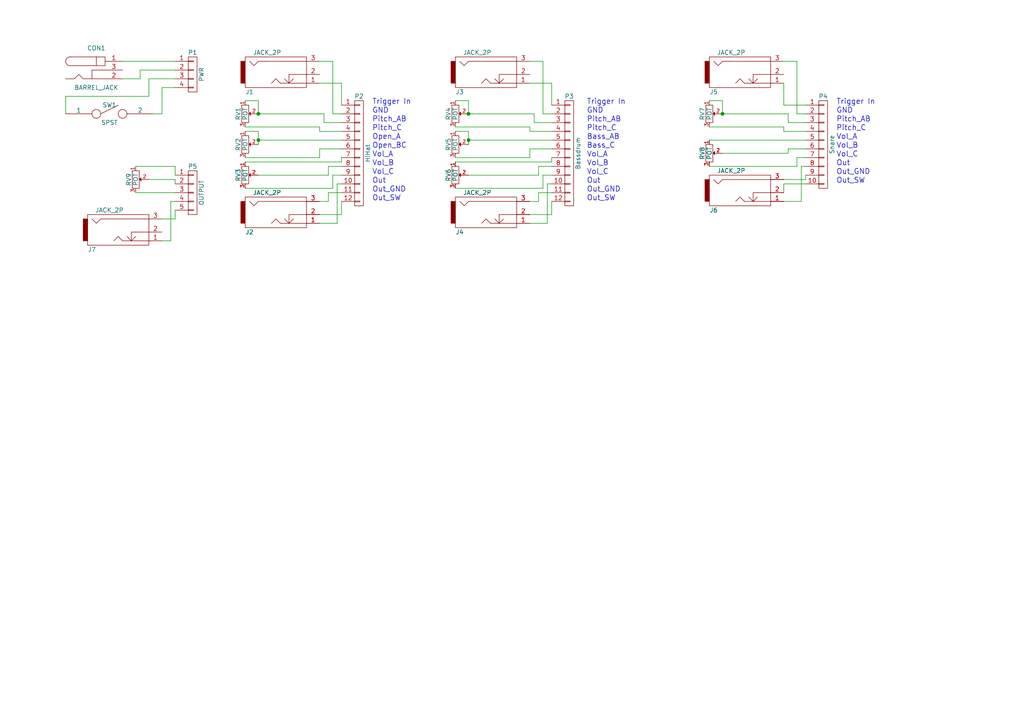
<source format=kicad_sch>
(kicad_sch (version 20230121) (generator eeschema)
  (paper "A4")
  (lib_symbols
    (symbol "ummtss-rescue:BARREL_JACK" (pin_names (offset 1.016))
      (property "Reference" "CON" (at 0 6.35 0))
      (property "Value" "BARREL_JACK" (at 0 -5.08 0))
      (symbol "BARREL_JACK_0_1"
        (arc (start -8.89 2.54) (mid -8.5271 1.6254) (end -7.62 1.27))
        (arc (start -7.62 3.81) (mid -8.5088 3.4366) (end -8.89 2.54))
        (polyline (pts (xy -7.62 1.27) (xy 0 1.27)))
        (polyline (pts (xy 0 3.81) (xy -7.62 3.81)))
        (polyline (pts (xy 2.54 0) (xy -1.27 0) (xy -1.27 -2.54)))
        (polyline (pts (xy 2.54 -2.54) (xy -3.81 -2.54) (xy -5.08 -1.27) (xy -6.35 -2.54) (xy -8.89 -2.54)))
        (rectangle (start 2.54 3.81) (end 0 1.27))
      )
      (symbol "BARREL_JACK_1_1"
        (pin passive line (at 7.62 2.54 180) (length 5.08) (name "~") (number "1"))
        (pin passive line (at 7.62 -2.54 180) (length 5.08) (name "~") (number "2"))
        (pin passive line (at 7.62 0 180) (length 5.08) (name "~") (number "3"))
      )
    )
    (symbol "ummtss-rescue:CONN_01X04" (pin_names (offset 1.016) hide)
      (property "Reference" "P" (at 0 6.35 0))
      (property "Value" "CONN_01X04" (at 2.54 0 90))
      (symbol "CONN_01X04_0_1"
        (rectangle (start -1.27 -3.683) (end 0.254 -3.937))
        (rectangle (start -1.27 -1.143) (end 0.254 -1.397))
        (rectangle (start -1.27 1.397) (end 0.254 1.143))
        (rectangle (start -1.27 3.937) (end 0.254 3.683))
        (rectangle (start -1.27 5.08) (end 1.27 -5.08))
      )
      (symbol "CONN_01X04_1_1"
        (pin passive line (at -5.08 3.81 0) (length 3.81) (name "P1") (number "1"))
        (pin passive line (at -5.08 1.27 0) (length 3.81) (name "P2") (number "2"))
        (pin passive line (at -5.08 -1.27 0) (length 3.81) (name "P3") (number "3"))
        (pin passive line (at -5.08 -3.81 0) (length 3.81) (name "P4") (number "4"))
      )
    )
    (symbol "ummtss-rescue:CONN_01X05" (pin_names (offset 1.016) hide)
      (property "Reference" "P" (at 0 7.62 0))
      (property "Value" "CONN_01X05" (at 2.54 0 90))
      (symbol "CONN_01X05_0_1"
        (rectangle (start -1.27 -4.953) (end 0.254 -5.207))
        (rectangle (start -1.27 -2.413) (end 0.254 -2.667))
        (rectangle (start -1.27 0.127) (end 0.254 -0.127))
        (rectangle (start -1.27 2.667) (end 0.254 2.413))
        (rectangle (start -1.27 5.207) (end 0.254 4.953))
        (rectangle (start -1.27 6.35) (end 1.27 -6.35))
      )
      (symbol "CONN_01X05_1_1"
        (pin passive line (at -5.08 5.08 0) (length 3.81) (name "P1") (number "1"))
        (pin passive line (at -5.08 2.54 0) (length 3.81) (name "P2") (number "2"))
        (pin passive line (at -5.08 0 0) (length 3.81) (name "P3") (number "3"))
        (pin passive line (at -5.08 -2.54 0) (length 3.81) (name "P4") (number "4"))
        (pin passive line (at -5.08 -5.08 0) (length 3.81) (name "P5") (number "5"))
      )
    )
    (symbol "ummtss-rescue:CONN_01X10" (pin_names (offset 1.016) hide)
      (property "Reference" "P" (at 0 13.97 0))
      (property "Value" "CONN_01X10" (at 2.54 0 90))
      (symbol "CONN_01X10_0_1"
        (rectangle (start -1.27 -11.303) (end 0.254 -11.557))
        (rectangle (start -1.27 -8.763) (end 0.254 -9.017))
        (rectangle (start -1.27 -6.223) (end 0.254 -6.477))
        (rectangle (start -1.27 -3.683) (end 0.254 -3.937))
        (rectangle (start -1.27 -1.143) (end 0.254 -1.397))
        (rectangle (start -1.27 1.397) (end 0.254 1.143))
        (rectangle (start -1.27 3.937) (end 0.254 3.683))
        (rectangle (start -1.27 6.477) (end 0.254 6.223))
        (rectangle (start -1.27 9.017) (end 0.254 8.763))
        (rectangle (start -1.27 11.557) (end 0.254 11.303))
        (rectangle (start -1.27 12.7) (end 1.27 -12.7))
      )
      (symbol "CONN_01X10_1_1"
        (pin passive line (at -5.08 11.43 0) (length 3.81) (name "P1") (number "1"))
        (pin passive line (at -5.08 -11.43 0) (length 3.81) (name "P10") (number "10"))
        (pin passive line (at -5.08 8.89 0) (length 3.81) (name "P2") (number "2"))
        (pin passive line (at -5.08 6.35 0) (length 3.81) (name "P3") (number "3"))
        (pin passive line (at -5.08 3.81 0) (length 3.81) (name "P4") (number "4"))
        (pin passive line (at -5.08 1.27 0) (length 3.81) (name "P5") (number "5"))
        (pin passive line (at -5.08 -1.27 0) (length 3.81) (name "P6") (number "6"))
        (pin passive line (at -5.08 -3.81 0) (length 3.81) (name "P7") (number "7"))
        (pin passive line (at -5.08 -6.35 0) (length 3.81) (name "P8") (number "8"))
        (pin passive line (at -5.08 -8.89 0) (length 3.81) (name "P9") (number "9"))
      )
    )
    (symbol "ummtss-rescue:CONN_01X12" (pin_names (offset 1.016) hide)
      (property "Reference" "P" (at 0 16.51 0))
      (property "Value" "CONN_01X12" (at 2.54 0 90))
      (symbol "CONN_01X12_0_1"
        (rectangle (start -1.27 -15.24) (end 1.27 15.24))
        (rectangle (start -1.27 -13.843) (end 0.254 -14.097))
        (rectangle (start -1.27 -11.303) (end 0.254 -11.557))
        (rectangle (start -1.27 -8.763) (end 0.254 -9.017))
        (rectangle (start -1.27 -6.223) (end 0.254 -6.477))
        (rectangle (start -1.27 -3.683) (end 0.254 -3.937))
        (rectangle (start -1.27 -1.143) (end 0.254 -1.397))
        (rectangle (start -1.27 1.397) (end 0.254 1.143))
        (rectangle (start -1.27 3.937) (end 0.254 3.683))
        (rectangle (start -1.27 6.477) (end 0.254 6.223))
        (rectangle (start -1.27 9.017) (end 0.254 8.763))
        (rectangle (start -1.27 11.557) (end 0.254 11.303))
        (rectangle (start -1.27 14.097) (end 0.254 13.843))
      )
      (symbol "CONN_01X12_1_1"
        (pin passive line (at -5.08 13.97 0) (length 3.81) (name "P1") (number "1"))
        (pin passive line (at -5.08 -8.89 0) (length 3.81) (name "P10") (number "10"))
        (pin passive line (at -5.08 -11.43 0) (length 3.81) (name "P11") (number "11"))
        (pin passive line (at -5.08 -13.97 0) (length 3.81) (name "P12") (number "12"))
        (pin passive line (at -5.08 11.43 0) (length 3.81) (name "P2") (number "2"))
        (pin passive line (at -5.08 8.89 0) (length 3.81) (name "P3") (number "3"))
        (pin passive line (at -5.08 6.35 0) (length 3.81) (name "P4") (number "4"))
        (pin passive line (at -5.08 3.81 0) (length 3.81) (name "P5") (number "5"))
        (pin passive line (at -5.08 1.27 0) (length 3.81) (name "P6") (number "6"))
        (pin passive line (at -5.08 -1.27 0) (length 3.81) (name "P7") (number "7"))
        (pin passive line (at -5.08 -3.81 0) (length 3.81) (name "P8") (number "8"))
        (pin passive line (at -5.08 -6.35 0) (length 3.81) (name "P9") (number "9"))
      )
    )
    (symbol "ummtss-rescue:JACK_2P" (pin_names (offset 1.016))
      (property "Reference" "J" (at -8.89 -5.08 0))
      (property "Value" "JACK_2P" (at -3.81 6.35 0))
      (symbol "JACK_2P_0_1"
        (rectangle (start -11.43 3.81) (end -10.16 -2.54) (fill (type outline)))
        (polyline (pts (xy 3.81 0) (xy 7.62 0) (xy 7.62 0)))
        (polyline (pts (xy 0 -2.54) (xy -1.27 -1.27) (xy -2.54 -2.54) (xy -2.54 -2.54)))
        (polyline (pts (xy 0 -2.54) (xy 7.62 -2.54) (xy 7.62 -2.54) (xy 7.62 -2.54)))
        (polyline (pts (xy 1.27 -1.27) (xy 2.54 -2.54) (xy 3.81 -1.27) (xy 3.81 -1.27)))
        (polyline (pts (xy 3.81 0) (xy 2.54 0) (xy 2.54 -2.54) (xy 2.54 -2.54)))
        (polyline (pts (xy 7.62 3.81) (xy -6.35 3.81) (xy -7.62 2.54) (xy -8.89 3.81) (xy -8.89 3.81)))
        (rectangle (start 7.62 -3.81) (end -10.16 5.08))
      )
      (symbol "JACK_2P_1_1"
        (pin passive line (at 11.43 -2.54 180) (length 3.81) (name "~") (number "1"))
        (pin passive line (at 11.43 0 180) (length 3.81) (name "~") (number "2"))
        (pin passive line (at 11.43 3.81 180) (length 3.81) (name "~") (number "3"))
      )
    )
    (symbol "ummtss-rescue:POT" (pin_names (offset 1.016) hide)
      (property "Reference" "RV" (at 0 -2.032 0))
      (property "Value" "POT" (at 0 0 0))
      (symbol "POT_0_1"
        (rectangle (start -2.54 1.016) (end 2.54 -1.016))
        (polyline (pts (xy 0 1.016) (xy -0.508 1.524) (xy 0.508 1.524)) (fill (type outline)))
      )
      (symbol "POT_1_1"
        (pin passive line (at -3.81 0 0) (length 1.27) (name "1") (number "1"))
        (pin passive line (at 0 3.81 270) (length 2.54) (name "2") (number "2"))
        (pin passive line (at 3.81 0 180) (length 1.27) (name "3") (number "3"))
      )
    )
    (symbol "ummtss-rescue:SPST" (pin_numbers hide) (pin_names (offset 0))
      (property "Reference" "SW" (at 0 2.54 0))
      (property "Value" "SPST" (at 0 -2.54 0))
      (symbol "SPST_0_0"
        (circle (center -3.81 0) (radius 1.27))
        (polyline (pts (xy -2.54 0) (xy 2.54 2.54)))
        (circle (center 3.81 0) (radius 1.27))
      )
      (symbol "SPST_1_1"
        (pin input line (at -12.7 0 0) (length 7.62) (name "1") (number "1"))
        (pin input line (at 12.7 0 180) (length 7.62) (name "2") (number "2"))
      )
    )
  )
  (junction (at 209.55 33.02))
  (junction (at 74.93 33.02))
  (junction (at 74.93 40.64))
  (junction (at 135.89 40.64))
  (junction (at 135.89 33.02))
  (wire (pts (xy 71.12 38.1) (xy 74.93 38.1)))
  (wire (pts (xy 158.75 53.34) (xy 160.02 53.34)))
  (wire (pts (xy 135.89 29.21) (xy 135.89 33.02)))
  (wire (pts (xy 153.67 45.72) (xy 153.67 43.18)))
  (wire (pts (xy 71.12 36.83) (xy 92.71 36.83)))
  (wire (pts (xy 154.94 33.02) (xy 154.94 35.56)))
  (wire (pts (xy 97.79 64.77) (xy 97.79 53.34)))
  (wire (pts (xy 95.25 55.88) (xy 99.06 55.88)))
  (wire (pts (xy 233.68 52.07) (xy 233.68 50.8)))
  (wire (pts (xy 205.74 36.83) (xy 227.33 36.83)))
  (wire (pts (xy 92.71 24.13) (xy 99.06 24.13)))
  (wire (pts (xy 92.71 17.78) (xy 96.52 17.78)))
  (wire (pts (xy 74.93 33.02) (xy 93.98 33.02)))
  (wire (pts (xy 46.99 69.85) (xy 49.53 69.85)))
  (wire (pts (xy 156.21 50.8) (xy 156.21 48.26)))
  (wire (pts (xy 157.48 33.02) (xy 160.02 33.02)))
  (wire (pts (xy 43.18 27.94) (xy 43.18 22.86)))
  (wire (pts (xy 74.93 38.1) (xy 74.93 40.64)))
  (wire (pts (xy 92.71 64.77) (xy 97.79 64.77)))
  (wire (pts (xy 92.71 38.1) (xy 99.06 38.1)))
  (wire (pts (xy 209.55 33.02) (xy 228.6 33.02)))
  (wire (pts (xy 39.37 48.26) (xy 50.8 48.26)))
  (wire (pts (xy 160.02 46.99) (xy 160.02 45.72)))
  (wire (pts (xy 135.89 33.02) (xy 154.94 33.02)))
  (wire (pts (xy 156.21 48.26) (xy 160.02 48.26)))
  (wire (pts (xy 99.06 24.13) (xy 99.06 30.48)))
  (wire (pts (xy 99.06 62.23) (xy 99.06 58.42)))
  (wire (pts (xy 74.93 40.64) (xy 74.93 41.91)))
  (wire (pts (xy 96.52 33.02) (xy 99.06 33.02)))
  (wire (pts (xy 96.52 50.8) (xy 99.06 50.8)))
  (wire (pts (xy 227.33 55.88) (xy 227.33 53.34)))
  (wire (pts (xy 135.89 50.8) (xy 156.21 50.8)))
  (wire (pts (xy 231.14 45.72) (xy 233.68 45.72)))
  (wire (pts (xy 96.52 17.78) (xy 96.52 33.02)))
  (wire (pts (xy 74.93 50.8) (xy 95.25 50.8)))
  (wire (pts (xy 232.41 48.26) (xy 233.68 48.26)))
  (wire (pts (xy 228.6 44.45) (xy 228.6 43.18)))
  (wire (pts (xy 153.67 38.1) (xy 160.02 38.1)))
  (wire (pts (xy 154.94 35.56) (xy 160.02 35.56)))
  (wire (pts (xy 97.79 53.34) (xy 99.06 53.34)))
  (wire (pts (xy 227.33 17.78) (xy 231.14 17.78)))
  (wire (pts (xy 50.8 48.26) (xy 50.8 50.8)))
  (wire (pts (xy 40.64 22.86) (xy 40.64 20.32)))
  (wire (pts (xy 39.37 55.88) (xy 50.8 55.88)))
  (wire (pts (xy 46.99 25.4) (xy 46.99 33.02)))
  (wire (pts (xy 43.18 52.07) (xy 50.8 52.07)))
  (wire (pts (xy 92.71 58.42) (xy 95.25 58.42)))
  (wire (pts (xy 92.71 36.83) (xy 92.71 38.1)))
  (wire (pts (xy 205.74 29.21) (xy 209.55 29.21)))
  (wire (pts (xy 49.53 69.85) (xy 49.53 58.42)))
  (wire (pts (xy 71.12 29.21) (xy 74.93 29.21)))
  (wire (pts (xy 160.02 24.13) (xy 160.02 30.48)))
  (wire (pts (xy 99.06 46.99) (xy 99.06 45.72)))
  (wire (pts (xy 227.33 24.13) (xy 227.33 30.48)))
  (wire (pts (xy 227.33 53.34) (xy 233.68 53.34)))
  (wire (pts (xy 50.8 17.78) (xy 35.56 17.78)))
  (wire (pts (xy 135.89 40.64) (xy 135.89 41.91)))
  (wire (pts (xy 43.18 22.86) (xy 50.8 22.86)))
  (wire (pts (xy 71.12 46.99) (xy 99.06 46.99)))
  (wire (pts (xy 50.8 52.07) (xy 50.8 53.34)))
  (wire (pts (xy 132.08 38.1) (xy 135.89 38.1)))
  (wire (pts (xy 153.67 58.42) (xy 156.21 58.42)))
  (wire (pts (xy 209.55 29.21) (xy 209.55 33.02)))
  (wire (pts (xy 50.8 25.4) (xy 46.99 25.4)))
  (wire (pts (xy 232.41 58.42) (xy 232.41 48.26)))
  (wire (pts (xy 71.12 54.61) (xy 96.52 54.61)))
  (wire (pts (xy 132.08 36.83) (xy 153.67 36.83)))
  (wire (pts (xy 227.33 30.48) (xy 233.68 30.48)))
  (wire (pts (xy 205.74 48.26) (xy 231.14 48.26)))
  (wire (pts (xy 153.67 43.18) (xy 160.02 43.18)))
  (wire (pts (xy 157.48 50.8) (xy 160.02 50.8)))
  (wire (pts (xy 132.08 54.61) (xy 157.48 54.61)))
  (wire (pts (xy 40.64 20.32) (xy 50.8 20.32)))
  (wire (pts (xy 46.99 33.02) (xy 44.45 33.02)))
  (wire (pts (xy 49.53 58.42) (xy 50.8 58.42)))
  (wire (pts (xy 228.6 35.56) (xy 233.68 35.56)))
  (wire (pts (xy 228.6 33.02) (xy 228.6 35.56)))
  (wire (pts (xy 71.12 45.72) (xy 92.71 45.72)))
  (wire (pts (xy 157.48 54.61) (xy 157.48 50.8)))
  (wire (pts (xy 153.67 24.13) (xy 160.02 24.13)))
  (wire (pts (xy 132.08 29.21) (xy 135.89 29.21)))
  (wire (pts (xy 153.67 62.23) (xy 160.02 62.23)))
  (wire (pts (xy 157.48 17.78) (xy 157.48 33.02)))
  (wire (pts (xy 227.33 52.07) (xy 233.68 52.07)))
  (wire (pts (xy 74.93 29.21) (xy 74.93 33.02)))
  (wire (pts (xy 153.67 36.83) (xy 153.67 38.1)))
  (wire (pts (xy 93.98 33.02) (xy 93.98 35.56)))
  (wire (pts (xy 19.05 27.94) (xy 43.18 27.94)))
  (wire (pts (xy 156.21 55.88) (xy 160.02 55.88)))
  (wire (pts (xy 228.6 43.18) (xy 233.68 43.18)))
  (wire (pts (xy 95.25 48.26) (xy 99.06 48.26)))
  (wire (pts (xy 93.98 35.56) (xy 99.06 35.56)))
  (wire (pts (xy 50.8 63.5) (xy 50.8 60.96)))
  (wire (pts (xy 231.14 33.02) (xy 233.68 33.02)))
  (wire (pts (xy 160.02 40.64) (xy 135.89 40.64)))
  (wire (pts (xy 156.21 58.42) (xy 156.21 55.88)))
  (wire (pts (xy 92.71 62.23) (xy 99.06 62.23)))
  (wire (pts (xy 231.14 17.78) (xy 231.14 33.02)))
  (wire (pts (xy 227.33 38.1) (xy 233.68 38.1)))
  (wire (pts (xy 132.08 45.72) (xy 153.67 45.72)))
  (wire (pts (xy 158.75 64.77) (xy 158.75 53.34)))
  (wire (pts (xy 231.14 48.26) (xy 231.14 45.72)))
  (wire (pts (xy 132.08 46.99) (xy 160.02 46.99)))
  (wire (pts (xy 46.99 63.5) (xy 50.8 63.5)))
  (wire (pts (xy 92.71 43.18) (xy 99.06 43.18)))
  (wire (pts (xy 95.25 50.8) (xy 95.25 48.26)))
  (wire (pts (xy 227.33 58.42) (xy 232.41 58.42)))
  (wire (pts (xy 227.33 36.83) (xy 227.33 38.1)))
  (wire (pts (xy 35.56 22.86) (xy 40.64 22.86)))
  (wire (pts (xy 96.52 54.61) (xy 96.52 50.8)))
  (wire (pts (xy 205.74 40.64) (xy 233.68 40.64)))
  (wire (pts (xy 153.67 64.77) (xy 158.75 64.77)))
  (wire (pts (xy 19.05 33.02) (xy 19.05 27.94)))
  (wire (pts (xy 99.06 40.64) (xy 74.93 40.64)))
  (wire (pts (xy 228.6 44.45) (xy 209.55 44.45)))
  (wire (pts (xy 92.71 45.72) (xy 92.71 43.18)))
  (wire (pts (xy 135.89 38.1) (xy 135.89 40.64)))
  (wire (pts (xy 160.02 62.23) (xy 160.02 58.42)))
  (wire (pts (xy 153.67 17.78) (xy 157.48 17.78)))
  (wire (pts (xy 95.25 58.42) (xy 95.25 55.88)))
  (text "Pitch_AB" (at 242.57 35.56 0) (effects (font (size 1.524 1.524)) (justify left bottom)))
  (text "Out_SW" (at 107.95 58.42 0) (effects (font (size 1.524 1.524)) (justify left bottom)))
  (text "Bass_AB" (at 170.18 40.64 0) (effects (font (size 1.524 1.524)) (justify left bottom)))
  (text "Vol_A" (at 242.57 40.64 0) (effects (font (size 1.524 1.524)) (justify left bottom)))
  (text "Vol_C" (at 242.57 45.72 0) (effects (font (size 1.524 1.524)) (justify left bottom)))
  (text "Out" (at 107.95 53.34 0) (effects (font (size 1.524 1.524)) (justify left bottom)))
  (text "Trigger In" (at 242.57 30.48 0) (effects (font (size 1.524 1.524)) (justify left bottom)))
  (text "Trigger In" (at 170.18 30.48 0) (effects (font (size 1.524 1.524)) (justify left bottom)))
  (text "Out_GND" (at 107.95 55.88 0) (effects (font (size 1.524 1.524)) (justify left bottom)))
  (text "Out_SW" (at 242.57 53.34 0) (effects (font (size 1.524 1.524)) (justify left bottom)))
  (text "Pitch_C" (at 170.18 38.1 0) (effects (font (size 1.524 1.524)) (justify left bottom)))
  (text "Out_SW" (at 170.18 58.42 0) (effects (font (size 1.524 1.524)) (justify left bottom)))
  (text "Vol_B" (at 242.57 43.18 0) (effects (font (size 1.524 1.524)) (justify left bottom)))
  (text "Vol_B" (at 170.18 48.26 0) (effects (font (size 1.524 1.524)) (justify left bottom)))
  (text "Vol_C" (at 170.18 50.8 0) (effects (font (size 1.524 1.524)) (justify left bottom)))
  (text "Vol_A" (at 107.95 45.72 0) (effects (font (size 1.524 1.524)) (justify left bottom)))
  (text "GND" (at 170.18 33.02 0) (effects (font (size 1.524 1.524)) (justify left bottom)))
  (text "Vol_A" (at 170.18 45.72 0) (effects (font (size 1.524 1.524)) (justify left bottom)))
  (text "Open_BC" (at 107.95 43.18 0) (effects (font (size 1.524 1.524)) (justify left bottom)))
  (text "Pitch_C" (at 242.57 38.1 0) (effects (font (size 1.524 1.524)) (justify left bottom)))
  (text "Open_A" (at 107.95 40.64 0) (effects (font (size 1.524 1.524)) (justify left bottom)))
  (text "Vol_C" (at 107.95 50.8 0) (effects (font (size 1.524 1.524)) (justify left bottom)))
  (text "Out" (at 170.18 53.34 0) (effects (font (size 1.524 1.524)) (justify left bottom)))
  (text "Pitch_AB" (at 170.18 35.56 0) (effects (font (size 1.524 1.524)) (justify left bottom)))
  (text "GND" (at 107.95 33.02 0) (effects (font (size 1.524 1.524)) (justify left bottom)))
  (text "Pitch_AB" (at 107.95 35.56 0) (effects (font (size 1.524 1.524)) (justify left bottom)))
  (text "Bass_C" (at 170.18 43.18 0) (effects (font (size 1.524 1.524)) (justify left bottom)))
  (text "Out_GND" (at 170.18 55.88 0) (effects (font (size 1.524 1.524)) (justify left bottom)))
  (text "GND" (at 242.57 33.02 0) (effects (font (size 1.524 1.524)) (justify left bottom)))
  (text "Trigger In" (at 107.95 30.48 0) (effects (font (size 1.524 1.524)) (justify left bottom)))
  (text "Pitch_C" (at 107.95 38.1 0) (effects (font (size 1.524 1.524)) (justify left bottom)))
  (text "Vol_B" (at 107.95 48.26 0) (effects (font (size 1.524 1.524)) (justify left bottom)))
  (text "Out_GND" (at 242.57 50.8 0) (effects (font (size 1.524 1.524)) (justify left bottom)))
  (text "Out" (at 242.57 48.26 0) (effects (font (size 1.524 1.524)) (justify left bottom)))
  (symbol (lib_id "ummtss-rescue:CONN_01X12") (at 165.1 44.45 0) (unit 1)
    (property "Reference" "P3" (at 165.1 27.94 0))
    (property "Value" "Bassdrum" (at 167.64 44.45 90))
    (property "Footprint" "Pin_Headers:Pin_Header_Straight_1x12" (effects hide))
  )
  (symbol (lib_id "ummtss-rescue:CONN_01X12") (at 104.14 44.45 0) (unit 1)
    (property "Reference" "P2" (at 104.14 27.94 0))
    (property "Value" "HiHat" (at 106.68 44.45 90))
    (property "Footprint" "Pin_Headers:Pin_Header_Straight_1x12" (effects hide))
  )
  (symbol (lib_id "ummtss-rescue:CONN_01X10") (at 238.76 41.91 0) (unit 1)
    (property "Reference" "P4" (at 238.76 27.94 0))
    (property "Value" "Snare" (at 241.3 41.91 90))
    (property "Footprint" "Pin_Headers:Pin_Header_Straight_1x10" (effects hide))
  )
  (symbol (lib_id "ummtss-rescue:CONN_01X04") (at 55.88 21.59 0) (unit 1)
    (property "Reference" "P1" (at 55.88 15.24 0))
    (property "Value" "PWR" (at 58.42 21.59 90))
    (property "Footprint" "Pin_Headers:Pin_Header_Straight_1x04" (effects hide))
  )
  (symbol (lib_id "ummtss-rescue:JACK_2P") (at 142.24 21.59 0) (unit 1)
    (property "Reference" "J3" (at 133.35 26.67 0))
    (property "Value" "JACK_2P" (at 138.43 15.24 0))
    (property "Footprint" "KiCAD-SDIY:jack-PJ301M" (effects hide))
  )
  (symbol (lib_id "ummtss-rescue:JACK_2P") (at 142.24 62.23 0) (unit 1)
    (property "Reference" "J4" (at 133.35 67.31 0))
    (property "Value" "JACK_2P" (at 138.43 55.88 0))
    (property "Footprint" "KiCAD-SDIY:jack-PJ301M" (effects hide))
  )
  (symbol (lib_id "ummtss-rescue:POT") (at 132.08 33.02 270) (unit 1)
    (property "Reference" "RV4" (at 130.048 33.02 0))
    (property "Value" "POT" (at 132.08 33.02 0))
    (property "Footprint" "KiCAD-SDIY:pot_alpha-9mm--vertical" (effects hide))
  )
  (symbol (lib_id "ummtss-rescue:POT") (at 132.08 41.91 270) (unit 1)
    (property "Reference" "RV5" (at 130.048 41.91 0))
    (property "Value" "POT" (at 132.08 41.91 0))
    (property "Footprint" "KiCAD-SDIY:pot_alpha-9mm--vertical" (effects hide))
  )
  (symbol (lib_id "ummtss-rescue:POT") (at 132.08 50.8 270) (unit 1)
    (property "Reference" "RV6" (at 130.048 50.8 0))
    (property "Value" "POT" (at 132.08 50.8 0))
    (property "Footprint" "KiCAD-SDIY:pot_alpha-9mm--vertical" (effects hide))
  )
  (symbol (lib_id "ummtss-rescue:JACK_2P") (at 81.28 21.59 0) (unit 1)
    (property "Reference" "J1" (at 72.39 26.67 0))
    (property "Value" "JACK_2P" (at 77.47 15.24 0))
    (property "Footprint" "KiCAD-SDIY:jack-PJ301M" (effects hide))
  )
  (symbol (lib_id "ummtss-rescue:JACK_2P") (at 81.28 62.23 0) (unit 1)
    (property "Reference" "J2" (at 72.39 67.31 0))
    (property "Value" "JACK_2P" (at 77.47 55.88 0))
    (property "Footprint" "KiCAD-SDIY:jack-PJ301M" (effects hide))
  )
  (symbol (lib_id "ummtss-rescue:POT") (at 71.12 33.02 270) (unit 1)
    (property "Reference" "RV1" (at 69.088 33.02 0))
    (property "Value" "POT" (at 71.12 33.02 0))
    (property "Footprint" "KiCAD-SDIY:pot_alpha-9mm--vertical" (effects hide))
  )
  (symbol (lib_id "ummtss-rescue:POT") (at 71.12 41.91 270) (unit 1)
    (property "Reference" "RV2" (at 69.088 41.91 0))
    (property "Value" "POT" (at 71.12 41.91 0))
    (property "Footprint" "KiCAD-SDIY:pot_alpha-9mm--vertical" (effects hide))
  )
  (symbol (lib_id "ummtss-rescue:POT") (at 71.12 50.8 270) (unit 1)
    (property "Reference" "RV3" (at 69.088 50.8 0))
    (property "Value" "POT" (at 71.12 50.8 0))
    (property "Footprint" "KiCAD-SDIY:pot_alpha-9mm--vertical" (effects hide))
  )
  (symbol (lib_id "ummtss-rescue:JACK_2P") (at 215.9 21.59 0) (unit 1)
    (property "Reference" "J5" (at 207.01 26.67 0))
    (property "Value" "JACK_2P" (at 212.09 15.24 0))
    (property "Footprint" "KiCAD-SDIY:jack-PJ301M" (effects hide))
  )
  (symbol (lib_id "ummtss-rescue:JACK_2P") (at 215.9 55.88 0) (unit 1)
    (property "Reference" "J6" (at 207.01 60.96 0))
    (property "Value" "JACK_2P" (at 212.09 49.53 0))
    (property "Footprint" "KiCAD-SDIY:jack-PJ301M" (effects hide))
  )
  (symbol (lib_id "ummtss-rescue:POT") (at 205.74 33.02 270) (unit 1)
    (property "Reference" "RV7" (at 203.708 33.02 0))
    (property "Value" "POT" (at 205.74 33.02 0))
    (property "Footprint" "KiCAD-SDIY:pot_alpha-9mm--vertical" (effects hide))
  )
  (symbol (lib_id "ummtss-rescue:POT") (at 205.74 44.45 270) (unit 1)
    (property "Reference" "RV8" (at 203.708 44.45 0))
    (property "Value" "POT" (at 205.74 44.45 0))
    (property "Footprint" "KiCAD-SDIY:pot_alpha-9mm--vertical" (effects hide))
  )
  (symbol (lib_id "ummtss-rescue:BARREL_JACK") (at 27.94 20.32 0) (unit 1)
    (property "Reference" "CON1" (at 27.94 13.97 0))
    (property "Value" "BARREL_JACK" (at 27.94 25.4 0))
    (property "Footprint" "Connectors:BARREL_JACK" (effects hide))
  )
  (symbol (lib_id "ummtss-rescue:SPST") (at 31.75 33.02 0) (unit 1)
    (property "Reference" "SW1" (at 31.75 30.48 0))
    (property "Value" "SPST" (at 31.75 35.56 0))
    (property "Footprint" "Buttons_Switches_THT:SW_Micro_SPST" (effects hide))
  )
  (symbol (lib_id "ummtss-rescue:CONN_01X05") (at 55.88 55.88 0) (unit 1)
    (property "Reference" "P5" (at 55.88 48.26 0))
    (property "Value" "OUTPUT" (at 58.42 55.88 90))
    (property "Footprint" "Pin_Headers:Pin_Header_Straight_1x05" (effects hide))
  )
  (symbol (lib_id "ummtss-rescue:POT") (at 39.37 52.07 270) (unit 1)
    (property "Reference" "RV9" (at 37.338 52.07 0))
    (property "Value" "POT" (at 39.37 52.07 0))
    (property "Footprint" "KiCAD-SDIY:pot_alpha-9mm--vertical" (effects hide))
  )
  (symbol (lib_id "ummtss-rescue:JACK_2P") (at 35.56 67.31 0) (unit 1)
    (property "Reference" "J7" (at 26.67 72.39 0))
    (property "Value" "JACK_2P" (at 31.75 60.96 0))
    (property "Footprint" "KiCAD-SDIY:jack-PJ301M" (effects hide))
  )
)
</source>
